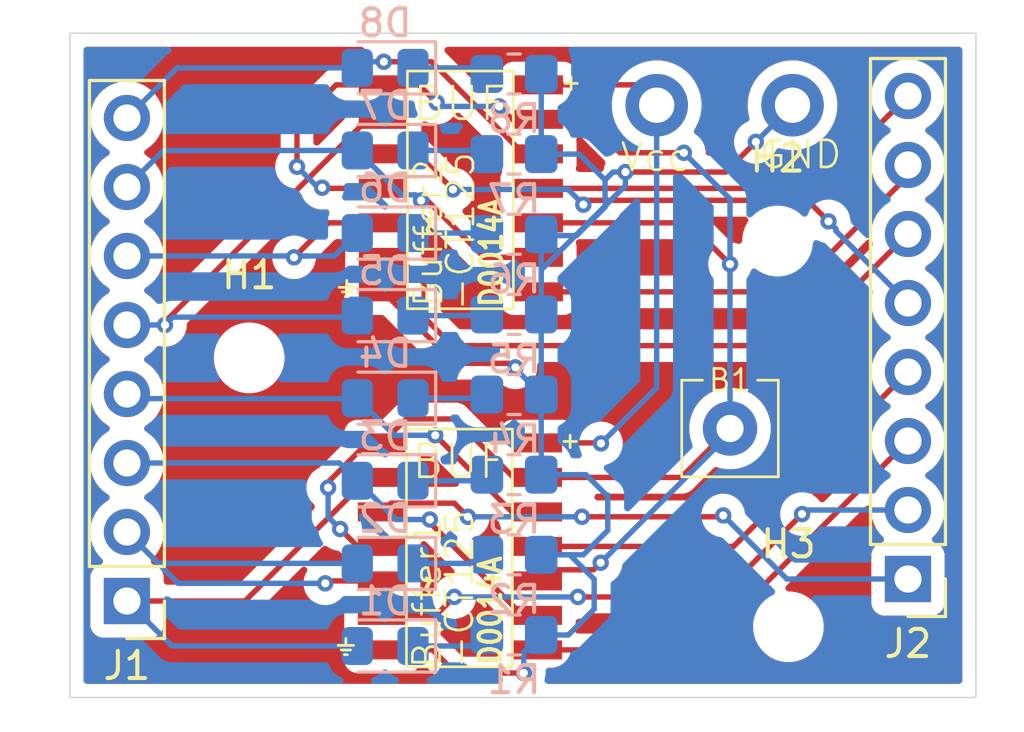
<source format=kicad_pcb>
(kicad_pcb (version 20241229) (generator "pcbnew") (generator_version "9.0")
  (layers (0 "F.Cu" signal) (2 "B.Cu" signal) (13 "F.Paste" user) (15 "B.Paste" user) (5 "F.SilkS" user "F.Silkscreen") (7 "B.SilkS" user "B.Silkscreen") (1 "F.Mask" user) (3 "B.Mask" user) (25 "Edge.Cuts" user))
  (net 0 "")
  (net 1 "!OE")
  (net 2 "Q4")
  (net 3 "Q1")
  (net 4 "VCC")
  (net 5 "Q3")
  (net 6 "GND")
  (net 7 "A1")
  (net 8 "A4")
  (net 9 "A3")
  (net 10 "A2")
  (net 11 "Q2")
  (net 12 "A7")
  (net 13 "A8")
  (net 14 "A6")
  (net 15 "A5")
  (net 16 "Q7")
  (net 17 "Q6")
  (net 18 "Q5")
  (net 19 "Q8")
  (net 20 "Net-(D1-K)")
  (net 21 "Net-(D2-K)")
  (net 22 "Net-(D3-K)")
  (net 23 "Net-(D4-K)")
  (net 24 "Net-(D5-K)")
  (net 25 "Net-(D6-K)")
  (net 26 "Net-(D7-K)")
  (net 27 "Net-(D8-K)")
  (footprint "Connector_PinHeader_2.54mm:PinHeader_1x08_P2.54mm_Vertical" (layer "F.Cu") (at 64 50.74 180)
    (property "Reference" "J2" (at 0 -2.38 0) (layer "F.SilkS"))
    (property "Value" "Conn_01x08")
    (fp_line (start 1.38 1.27) (end 1.38 19.16) (stroke (width 0.12)) (layer "F.SilkS"))
    (fp_line (start -1.38 19.16) (end 1.38 19.16) (stroke (width 0.12)) (layer "F.SilkS"))
    (fp_line (start -1.38 1.27) (end 1.38 1.27) (stroke (width 0.12)) (layer "F.SilkS"))
    (fp_line (start -1.38 1.27) (end -1.38 19.16) (stroke (width 0.12)) (layer "F.SilkS"))
    (fp_line (start -1.38 0) (end -1.38 -1.38) (stroke (width 0.12)) (layer "F.SilkS"))
    (fp_line (start -1.38 -1.38) (end 0 -1.38) (stroke (width 0.12)) (layer "F.SilkS"))
    (pad "1" thru_hole rect (at 0 0 180) (size 1.7 1.7) (drill 1) (layers "*.Cu" "*.Mask") (net 3 "Q1"))
    (pad "2" thru_hole circle (at 0 2.54 180) (size 1.7 1.7) (drill 1) (layers "*.Cu" "*.Mask") (net 11 "Q2"))
    (pad "3" thru_hole circle (at 0 5.08 180) (size 1.7 1.7) (drill 1) (layers "*.Cu" "*.Mask") (net 5 "Q3"))
    (pad "4" thru_hole circle (at 0 7.62 180) (size 1.7 1.7) (drill 1) (layers "*.Cu" "*.Mask") (net 2 "Q4"))
    (pad "5" thru_hole circle (at 0 10.16 180) (size 1.7 1.7) (drill 1) (layers "*.Cu" "*.Mask") (net 18 "Q5"))
    (pad "6" thru_hole circle (at 0 12.7 180) (size 1.7 1.7) (drill 1) (layers "*.Cu" "*.Mask") (net 17 "Q6"))
    (pad "7" thru_hole circle (at 0 15.24 180) (size 1.7 1.7) (drill 1) (layers "*.Cu" "*.Mask") (net 16 "Q7"))
    (pad "8" thru_hole circle (at 0 17.78 180) (size 1.7 1.7) (drill 1) (layers "*.Cu" "*.Mask") (net 19 "Q8"))
  )
  (footprint "Other:Vcc & GND" (layer "F.Cu") (at 57.25 33.3)
    (property "Reference" "U1" (hide yes))
    (property "Value" "~")
    (fp_text user "GND" (at 1.2 2.4 0) (layer "F.SilkS") (effects (font (thickness 0.1)) (justify left bottom)))
    (fp_text user "Vcc" (at -3.9 2.5 0) (layer "F.SilkS") (effects (font (thickness 0.1)) (justify left bottom)))
    (pad "1" thru_hole circle (at -2.5 0) (size 2.3 2.3) (drill 1.3) (layers "*.Cu" "*.Mask") (net 4 "VCC"))
    (pad "2" thru_hole circle (at 2.5 0) (size 2.3 2.3) (drill 1.3) (layers "*.Cu" "*.Mask") (net 6 "GND"))
  )
  (footprint "Texas Instruments Logic Footprints:SNx4HCT125" (layer "F.Cu") (at 47.571 49.54)
    (property "Reference" "Buffer1" (at -1.271 1.76 90) (layer "F.SilkS") (effects (font (thickness 0.1))))
    (property "Value" "~" (at -1.27 1.397 90) (layer "F.SilkS"))
    (fp_rect (start -2.032 -4.318) (end 1.868 4.432) (stroke (width 0.1)) (fill no) (layer "F.SilkS"))
    (fp_text user "-CT125" (at 0.508 4.572 90) (layer "F.SilkS") (effects (font (thickness 0.1)) (justify left bottom)))
    (fp_text user "D0014A" (at 1.524 4.445 90) (layer "F.SilkS") (effects (font (size 0.8 0.7)) (justify left bottom)))
    (fp_text user "⏚" (at -4.699 4.064 0) (layer "F.SilkS") (effects (font (size 0.6 0.6) (thickness 0.1) (bold yes)) (justify left bottom)))
    (fp_text user "BUF" (at -1.905 -2.413 0) (layer "F.SilkS") (effects (font (size 1.2 1.2) (thickness 0.1)) (justify left bottom)))
    (fp_text user "+" (at 3.556 -3.556 0) (layer "F.SilkS") (effects (font (size 0.6 0.6) (thickness 0.1) (bold yes)) (justify left bottom)))
    (pad "1" smd rect (at -2.921 -3.81) (size 1.8 0.7) (layers "F.Cu" "F.Mask" "F.Paste") (net 1 "!OE"))
    (pad "2" smd rect (at -2.921 -2.54) (size 1.8 0.7) (layers "F.Cu" "F.Mask" "F.Paste") (net 7 "A1"))
    (pad "3" smd rect (at -2.921 -1.27) (size 1.8 0.7) (layers "F.Cu" "F.Mask" "F.Paste") (net 3 "Q1"))
    (pad "4" smd rect (at -2.921 0) (size 1.8 0.7) (layers "F.Cu" "F.Mask" "F.Paste") (net 1 "!OE"))
    (pad "5" smd rect (at -2.921 1.27) (size 1.8 0.7) (layers "F.Cu" "F.Mask" "F.Paste") (net 10 "A2"))
    (pad "6" smd rect (at -2.921 2.54) (size 1.8 0.7) (layers "F.Cu" "F.Mask" "F.Paste") (net 11 "Q2"))
    (pad "7" smd rect (at -2.921 3.81) (size 1.8 0.7) (layers "F.Cu" "F.Mask" "F.Paste") (net 6 "GND"))
    (pad "8" smd rect (at 2.794 3.81) (size 1.8 0.7) (layers "F.Cu" "F.Mask" "F.Paste") (net 5 "Q3"))
    (pad "9" smd rect (at 2.794 2.54) (size 1.8 0.7) (layers "F.Cu" "F.Mask" "F.Paste") (net 9 "A3"))
    (pad "10" smd rect (at 2.794 1.27) (size 1.8 0.7) (layers "F.Cu" "F.Mask" "F.Paste") (net 1 "!OE"))
    (pad "11" smd rect (at 2.794 0) (size 1.8 0.7) (layers "F.Cu" "F.Mask" "F.Paste") (net 2 "Q4"))
    (pad "12" smd rect (at 2.794 -1.27) (size 1.8 0.7) (layers "F.Cu" "F.Mask" "F.Paste") (net 8 "A4"))
    (pad "13" smd rect (at 2.794 -2.54) (size 1.8 0.7) (layers "F.Cu" "F.Mask" "F.Paste") (net 1 "!OE"))
    (pad "14" smd rect (at 2.794 -3.81) (size 1.8 0.7) (layers "F.Cu" "F.Mask" "F.Paste") (net 4 "VCC"))
  )
  (footprint "Connector_PinHeader_2.54mm:PinHeader_1x08_P2.54mm_Vertical" (layer "F.Cu") (at 35.25 51.55 180)
    (property "Reference" "J1" (at 0 -2.38 0) (layer "F.SilkS"))
    (property "Value" "Conn_01x08")
    (fp_line (start 1.38 1.27) (end 1.38 19.16) (stroke (width 0.12)) (layer "F.SilkS"))
    (fp_line (start -1.38 19.16) (end 1.38 19.16) (stroke (width 0.12)) (layer "F.SilkS"))
    (fp_line (start -1.38 1.27) (end 1.38 1.27) (stroke (width 0.12)) (layer "F.SilkS"))
    (fp_line (start -1.38 1.27) (end -1.38 19.16) (stroke (width 0.12)) (layer "F.SilkS"))
    (fp_line (start -1.38 0) (end -1.38 -1.38) (stroke (width 0.12)) (layer "F.SilkS"))
    (fp_line (start -1.38 -1.38) (end 0 -1.38) (stroke (width 0.12)) (layer "F.SilkS"))
    (pad "1" thru_hole rect (at 0 0 180) (size 1.7 1.7) (drill 1) (layers "*.Cu" "*.Mask") (net 7 "A1"))
    (pad "2" thru_hole circle (at 0 2.54 180) (size 1.7 1.7) (drill 1) (layers "*.Cu" "*.Mask") (net 10 "A2"))
    (pad "3" thru_hole circle (at 0 5.08 180) (size 1.7 1.7) (drill 1) (layers "*.Cu" "*.Mask") (net 9 "A3"))
    (pad "4" thru_hole circle (at 0 7.62 180) (size 1.7 1.7) (drill 1) (layers "*.Cu" "*.Mask") (net 8 "A4"))
    (pad "5" thru_hole circle (at 0 10.16 180) (size 1.7 1.7) (drill 1) (layers "*.Cu" "*.Mask") (net 15 "A5"))
    (pad "6" thru_hole circle (at 0 12.7 180) (size 1.7 1.7) (drill 1) (layers "*.Cu" "*.Mask") (net 14 "A6"))
    (pad "7" thru_hole circle (at 0 15.24 180) (size 1.7 1.7) (drill 1) (layers "*.Cu" "*.Mask") (net 12 "A7"))
    (pad "8" thru_hole circle (at 0 17.78 180) (size 1.7 1.7) (drill 1) (layers "*.Cu" "*.Mask") (net 13 "A8"))
  )
  (footprint "Texas Instruments Logic Footprints:SNx4HCT125" (layer "F.Cu") (at 47.606 36.36)
    (property "Reference" "Buffer2" (at -1.256 1.645 90) (layer "F.SilkS") (effects (font (thickness 0.1))))
    (property "Value" "~" (at -1.27 1.397 90) (layer "F.SilkS"))
    (fp_rect (start -2.032 -4.318) (end 1.868 4.432) (stroke (width 0.1)) (fill no) (layer "F.SilkS"))
    (fp_text user "D0014A" (at 1.524 4.445 90) (layer "F.SilkS") (effects (font (size 0.8 0.7)) (justify left bottom)))
    (fp_text user "+" (at 3.556 -3.556 0) (layer "F.SilkS") (effects (font (size 0.6 0.6) (thickness 0.1) (bold yes)) (justify left bottom)))
    (fp_text user "BUF" (at -1.905 -2.413 0) (layer "F.SilkS") (effects (font (size 1.2 1.2) (thickness 0.1)) (justify left bottom)))
    (fp_text user "⏚" (at -4.699 4.064 0) (layer "F.SilkS") (effects (font (size 0.6 0.6) (thickness 0.1) (bold yes)) (justify left bottom)))
    (fp_text user "-CT125" (at 0.508 4.572 90) (layer "F.SilkS") (effects (font (thickness 0.1)) (justify left bottom)))
    (pad "1" smd rect (at -2.921 -3.81) (size 1.8 0.7) (layers "F.Cu" "F.Mask" "F.Paste") (net 1 "!OE"))
    (pad "2" smd rect (at -2.921 -2.54) (size 1.8 0.7) (layers "F.Cu" "F.Mask" "F.Paste") (net 15 "A5"))
    (pad "3" smd rect (at -2.921 -1.27) (size 1.8 0.7) (layers "F.Cu" "F.Mask" "F.Paste") (net 18 "Q5"))
    (pad "4" smd rect (at -2.921 0) (size 1.8 0.7) (layers "F.Cu" "F.Mask" "F.Paste") (net 1 "!OE"))
    (pad "5" smd rect (at -2.921 1.27) (size 1.8 0.7) (layers "F.Cu" "F.Mask" "F.Paste") (net 14 "A6"))
    (pad "6" smd rect (at -2.921 2.54) (size 1.8 0.7) (layers "F.Cu" "F.Mask" "F.Paste") (net 17 "Q6"))
    (pad "7" smd rect (at -2.921 3.81) (size 1.8 0.7) (layers "F.Cu" "F.Mask" "F.Paste") (net 6 "GND"))
    (pad "8" smd rect (at 2.794 3.81) (size 1.8 0.7) (layers "F.Cu" "F.Mask" "F.Paste") (net 16 "Q7"))
    (pad "9" smd rect (at 2.794 2.54) (size 1.8 0.7) (layers "F.Cu" "F.Mask" "F.Paste") (net 12 "A7"))
    (pad "10" smd rect (at 2.794 1.27) (size 1.8 0.7) (layers "F.Cu" "F.Mask" "F.Paste") (net 1 "!OE"))
    (pad "11" smd rect (at 2.794 0) (size 1.8 0.7) (layers "F.Cu" "F.Mask" "F.Paste") (net 19 "Q8"))
    (pad "12" smd rect (at 2.794 -1.27) (size 1.8 0.7) (layers "F.Cu" "F.Mask" "F.Paste") (net 13 "A8"))
    (pad "13" smd rect (at 2.794 -2.54) (size 1.8 0.7) (layers "F.Cu" "F.Mask" "F.Paste") (net 1 "!OE"))
    (pad "14" smd rect (at 2.794 -3.81) (size 1.8 0.7) (layers "F.Cu" "F.Mask" "F.Paste") (net 4 "VCC"))
  )
  (footprint "Other:Single Bit Bus" (layer "F.Cu") (at 57.45 45.2)
    (property "Reference" "B1" (at 0 -1.778 0) (layer "F.SilkS") (effects (font (size 0.8 0.8) (thickness 0.1))))
    (property "Value" "~")
    (fp_line (start -1.778 -1.778) (end -1.778 1.524) (stroke (width 0.1)) (layer "F.SilkS"))
    (fp_line (start -1.778 1.524) (end -1.778 1.778) (stroke (width 0.1)) (layer "F.SilkS"))
    (fp_line (start -1.778 1.778) (end 1.778 1.778) (stroke (width 0.1)) (layer "F.SilkS"))
    (fp_line (start -1.016 -1.778) (end -1.778 -1.778) (stroke (width 0.1)) (layer "F.SilkS"))
    (fp_line (start 1.778 -1.778) (end 1.016 -1.778) (stroke (width 0.1)) (layer "F.SilkS"))
    (fp_line (start 1.778 1.778) (end 1.778 -1.778) (stroke (width 0.1)) (layer "F.SilkS"))
    (pad "1" thru_hole circle (at 0 0) (size 2 2) (drill 1) (layers "*.Cu" "*.Mask") (net 1 "!OE"))
  )
  (footprint "MountingHole:MountingHole_2.1mm" (layer "F.Cu") (at 59.6 52.5)
    (property "Reference" "H3" (at 0 -3.05 0) (layer "F.SilkS"))
    (property "Value" "MountingHole")
    (pad "" np_thru_hole circle (at 0 0) (size 2.1 2.1) (drill 2.1) (layers "*.Cu" "*.Mask"))
  )
  (footprint "MountingHole:MountingHole_2.1mm" (layer "F.Cu") (at 39.75 42.6)
    (property "Reference" "H1" (at 0 -3.05 0) (layer "F.SilkS"))
    (property "Value" "MountingHole")
    (pad "" np_thru_hole circle (at 0 0) (size 2.1 2.1) (drill 2.1) (layers "*.Cu" "*.Mask"))
  )
  (footprint "MountingHole:MountingHole_2.1mm" (layer "F.Cu") (at 59.2 38.3)
    (property "Reference" "H2" (at 0 -3.05 0) (layer "F.SilkS"))
    (property "Value" "MountingHole")
    (pad "" np_thru_hole circle (at 0 0) (size 2.1 2.1) (drill 2.1) (layers "*.Cu" "*.Mask"))
  )
  (footprint "LED_SMD:LED_0805_2012Metric_Pad1.15x1.40mm_HandSolder" (layer "B.Cu") (at 44.755 31.925 180)
    (property "Reference" "D8" (at 0 1.65 0) (layer "B.SilkS") (effects (justify mirror)))
    (property "Value" "LED")
    (fp_line (start 1 0.96) (end -1.86 0.96) (stroke (width 0.12)) (layer "B.SilkS"))
    (fp_line (start -1.86 0.96) (end -1.86 -0.96) (stroke (width 0.12)) (layer "B.SilkS"))
    (fp_line (start -1.86 -0.96) (end 1 -0.96) (stroke (width 0.12)) (layer "B.SilkS"))
    (pad "1" smd roundrect (at -1.025 0 180) (size 1.15 1.4) (layers "B.Cu" "B.Mask" "B.Paste") (roundrect_rratio 0.217391) (net 27 "Net-(D8-K)"))
    (pad "2" smd roundrect (at 1.025 0 180) (size 1.15 1.4) (layers "B.Cu" "B.Mask" "B.Paste") (roundrect_rratio 0.217391) (net 13 "A8"))
  )
  (footprint "Resistor_SMD:R_0805_2012Metric_Pad1.20x1.40mm_HandSolder" (layer "B.Cu") (at 49.5 35.1)
    (property "Reference" "R7" (at 0 1.65 0) (layer "B.SilkS") (effects (justify mirror)))
    (property "Value" "300Ω")
    (fp_line (start -0.227064 -0.735) (end 0.227064 -0.735) (stroke (width 0.12)) (layer "B.SilkS"))
    (fp_line (start -0.227064 0.735) (end 0.227064 0.735) (stroke (width 0.12)) (layer "B.SilkS"))
    (pad "1" smd roundrect (at -1 0) (size 1.2 1.4) (layers "B.Cu" "B.Mask" "B.Paste") (roundrect_rratio 0.208333) (net 26 "Net-(D7-K)"))
    (pad "2" smd roundrect (at 1 0) (size 1.2 1.4) (layers "B.Cu" "B.Mask" "B.Paste") (roundrect_rratio 0.208333) (net 6 "GND"))
  )
  (footprint "LED_SMD:LED_0805_2012Metric_Pad1.15x1.40mm_HandSolder" (layer "B.Cu") (at 44.755 41.045 180)
    (property "Reference" "D5" (at 0 1.65 0) (layer "B.SilkS") (effects (justify mirror)))
    (property "Value" "LED")
    (fp_line (start 1 0.96) (end -1.86 0.96) (stroke (width 0.12)) (layer "B.SilkS"))
    (fp_line (start -1.86 0.96) (end -1.86 -0.96) (stroke (width 0.12)) (layer "B.SilkS"))
    (fp_line (start -1.86 -0.96) (end 1 -0.96) (stroke (width 0.12)) (layer "B.SilkS"))
    (pad "1" smd roundrect (at -1.025 0 180) (size 1.15 1.4) (layers "B.Cu" "B.Mask" "B.Paste") (roundrect_rratio 0.217391) (net 24 "Net-(D5-K)"))
    (pad "2" smd roundrect (at 1.025 0 180) (size 1.15 1.4) (layers "B.Cu" "B.Mask" "B.Paste") (roundrect_rratio 0.217391) (net 15 "A5"))
  )
  (footprint "Resistor_SMD:R_0805_2012Metric_Pad1.20x1.40mm_HandSolder" (layer "B.Cu") (at 49.5 46.9)
    (property "Reference" "R3" (at 0 1.65 0) (layer "B.SilkS") (effects (justify mirror)))
    (property "Value" "300Ω")
    (fp_line (start -0.227064 -0.735) (end 0.227064 -0.735) (stroke (width 0.12)) (layer "B.SilkS"))
    (fp_line (start -0.227064 0.735) (end 0.227064 0.735) (stroke (width 0.12)) (layer "B.SilkS"))
    (pad "1" smd roundrect (at -1 0) (size 1.2 1.4) (layers "B.Cu" "B.Mask" "B.Paste") (roundrect_rratio 0.208333) (net 22 "Net-(D3-K)"))
    (pad "2" smd roundrect (at 1 0) (size 1.2 1.4) (layers "B.Cu" "B.Mask" "B.Paste") (roundrect_rratio 0.208333) (net 6 "GND"))
  )
  (footprint "Resistor_SMD:R_0805_2012Metric_Pad1.20x1.40mm_HandSolder" (layer "B.Cu") (at 49.5 52.8)
    (property "Reference" "R1" (at 0 1.65 0) (layer "B.SilkS") (effects (justify mirror)))
    (property "Value" "300Ω")
    (fp_line (start -0.227064 -0.735) (end 0.227064 -0.735) (stroke (width 0.12)) (layer "B.SilkS"))
    (fp_line (start -0.227064 0.735) (end 0.227064 0.735) (stroke (width 0.12)) (layer "B.SilkS"))
    (pad "1" smd roundrect (at -1 0) (size 1.2 1.4) (layers "B.Cu" "B.Mask" "B.Paste") (roundrect_rratio 0.208333) (net 20 "Net-(D1-K)"))
    (pad "2" smd roundrect (at 1 0) (size 1.2 1.4) (layers "B.Cu" "B.Mask" "B.Paste") (roundrect_rratio 0.208333) (net 6 "GND"))
  )
  (footprint "Resistor_SMD:R_0805_2012Metric_Pad1.20x1.40mm_HandSolder" (layer "B.Cu") (at 49.5 43.95)
    (property "Reference" "R4" (at 0 1.65 0) (layer "B.SilkS") (effects (justify mirror)))
    (property "Value" "300Ω")
    (fp_line (start -0.227064 -0.735) (end 0.227064 -0.735) (stroke (width 0.12)) (layer "B.SilkS"))
    (fp_line (start -0.227064 0.735) (end 0.227064 0.735) (stroke (width 0.12)) (layer "B.SilkS"))
    (pad "1" smd roundrect (at -1 0) (size 1.2 1.4) (layers "B.Cu" "B.Mask" "B.Paste") (roundrect_rratio 0.208333) (net 23 "Net-(D4-K)"))
    (pad "2" smd roundrect (at 1 0) (size 1.2 1.4) (layers "B.Cu" "B.Mask" "B.Paste") (roundrect_rratio 0.208333) (net 6 "GND"))
  )
  (footprint "Resistor_SMD:R_0805_2012Metric_Pad1.20x1.40mm_HandSolder" (layer "B.Cu") (at 49.5 38.05)
    (property "Reference" "R6" (at 0 1.65 0) (layer "B.SilkS") (effects (justify mirror)))
    (property "Value" "300Ω")
    (fp_line (start -0.227064 -0.735) (end 0.227064 -0.735) (stroke (width 0.12)) (layer "B.SilkS"))
    (fp_line (start -0.227064 0.735) (end 0.227064 0.735) (stroke (width 0.12)) (layer "B.SilkS"))
    (pad "1" smd roundrect (at -1 0) (size 1.2 1.4) (layers "B.Cu" "B.Mask" "B.Paste") (roundrect_rratio 0.208333) (net 25 "Net-(D6-K)"))
    (pad "2" smd roundrect (at 1 0) (size 1.2 1.4) (layers "B.Cu" "B.Mask" "B.Paste") (roundrect_rratio 0.208333) (net 6 "GND"))
  )
  (footprint "LED_SMD:LED_0805_2012Metric_Pad1.15x1.40mm_HandSolder" (layer "B.Cu") (at 44.755 50.165 180)
    (property "Reference" "D2" (at 0 1.65 0) (layer "B.SilkS") (effects (justify mirror)))
    (property "Value" "LED")
    (fp_line (start 1 0.96) (end -1.86 0.96) (stroke (width 0.12)) (layer "B.SilkS"))
    (fp_line (start -1.86 0.96) (end -1.86 -0.96) (stroke (width 0.12)) (layer "B.SilkS"))
    (fp_line (start -1.86 -0.96) (end 1 -0.96) (stroke (width 0.12)) (layer "B.SilkS"))
    (pad "1" smd roundrect (at -1.025 0 180) (size 1.15 1.4) (layers "B.Cu" "B.Mask" "B.Paste") (roundrect_rratio 0.217391) (net 21 "Net-(D2-K)"))
    (pad "2" smd roundrect (at 1.025 0 180) (size 1.15 1.4) (layers "B.Cu" "B.Mask" "B.Paste") (roundrect_rratio 0.217391) (net 10 "A2"))
  )
  (footprint "LED_SMD:LED_0805_2012Metric_Pad1.15x1.40mm_HandSolder" (layer "B.Cu") (at 44.755 38.005 180)
    (property "Reference" "D6" (at 0 1.65 0) (layer "B.SilkS") (effects (justify mirror)))
    (property "Value" "LED")
    (fp_line (start 1 0.96) (end -1.86 0.96) (stroke (width 0.12)) (layer "B.SilkS"))
    (fp_line (start -1.86 0.96) (end -1.86 -0.96) (stroke (width 0.12)) (layer "B.SilkS"))
    (fp_line (start -1.86 -0.96) (end 1 -0.96) (stroke (width 0.12)) (layer "B.SilkS"))
    (pad "1" smd roundrect (at -1.025 0 180) (size 1.15 1.4) (layers "B.Cu" "B.Mask" "B.Paste") (roundrect_rratio 0.217391) (net 25 "Net-(D6-K)"))
    (pad "2" smd roundrect (at 1.025 0 180) (size 1.15 1.4) (layers "B.Cu" "B.Mask" "B.Paste") (roundrect_rratio 0.217391) (net 14 "A6"))
  )
  (footprint "LED_SMD:LED_0805_2012Metric_Pad1.15x1.40mm_HandSolder" (layer "B.Cu") (at 44.755 53.205 180)
    (property "Reference" "D1" (at 0 1.65 0) (layer "B.SilkS") (effects (justify mirror)))
    (property "Value" "LED")
    (fp_line (start 1 0.96) (end -1.86 0.96) (stroke (width 0.12)) (layer "B.SilkS"))
    (fp_line (start -1.86 0.96) (end -1.86 -0.96) (stroke (width 0.12)) (layer "B.SilkS"))
    (fp_line (start -1.86 -0.96) (end 1 -0.96) (stroke (width 0.12)) (layer "B.SilkS"))
    (pad "1" smd roundrect (at -1.025 0 180) (size 1.15 1.4) (layers "B.Cu" "B.Mask" "B.Paste") (roundrect_rratio 0.217391) (net 20 "Net-(D1-K)"))
    (pad "2" smd roundrect (at 1.025 0 180) (size 1.15 1.4) (layers "B.Cu" "B.Mask" "B.Paste") (roundrect_rratio 0.217391) (net 7 "A1"))
  )
  (footprint "Resistor_SMD:R_0805_2012Metric_Pad1.20x1.40mm_HandSolder" (layer "B.Cu") (at 49.5 32.15)
    (property "Reference" "R8" (at 0 1.65 0) (layer "B.SilkS") (effects (justify mirror)))
    (property "Value" "300Ω")
    (fp_line (start -0.227064 -0.735) (end 0.227064 -0.735) (stroke (width 0.12)) (layer "B.SilkS"))
    (fp_line (start -0.227064 0.735) (end 0.227064 0.735) (stroke (width 0.12)) (layer "B.SilkS"))
    (pad "1" smd roundrect (at -1 0) (size 1.2 1.4) (layers "B.Cu" "B.Mask" "B.Paste") (roundrect_rratio 0.208333) (net 27 "Net-(D8-K)"))
    (pad "2" smd roundrect (at 1 0) (size 1.2 1.4) (layers "B.Cu" "B.Mask" "B.Paste") (roundrect_rratio 0.208333) (net 6 "GND"))
  )
  (footprint "Resistor_SMD:R_0805_2012Metric_Pad1.20x1.40mm_HandSolder" (layer "B.Cu") (at 49.5 49.85)
    (property "Reference" "R2" (at 0 1.65 0) (layer "B.SilkS") (effects (justify mirror)))
    (property "Value" "300Ω")
    (fp_line (start -0.227064 -0.735) (end 0.227064 -0.735) (stroke (width 0.12)) (layer "B.SilkS"))
    (fp_line (start -0.227064 0.735) (end 0.227064 0.735) (stroke (width 0.12)) (layer "B.SilkS"))
    (pad "1" smd roundrect (at -1 0) (size 1.2 1.4) (layers "B.Cu" "B.Mask" "B.Paste") (roundrect_rratio 0.208333) (net 21 "Net-(D2-K)"))
    (pad "2" smd roundrect (at 1 0) (size 1.2 1.4) (layers "B.Cu" "B.Mask" "B.Paste") (roundrect_rratio 0.208333) (net 6 "GND"))
  )
  (footprint "LED_SMD:LED_0805_2012Metric_Pad1.15x1.40mm_HandSolder" (layer "B.Cu") (at 44.755 44.085 180)
    (property "Reference" "D4" (at 0 1.65 0) (layer "B.SilkS") (effects (justify mirror)))
    (property "Value" "LED")
    (fp_line (start 1 0.96) (end -1.86 0.96) (stroke (width 0.12)) (layer "B.SilkS"))
    (fp_line (start -1.86 0.96) (end -1.86 -0.96) (stroke (width 0.12)) (layer "B.SilkS"))
    (fp_line (start -1.86 -0.96) (end 1 -0.96) (stroke (width 0.12)) (layer "B.SilkS"))
    (pad "1" smd roundrect (at -1.025 0 180) (size 1.15 1.4) (layers "B.Cu" "B.Mask" "B.Paste") (roundrect_rratio 0.217391) (net 23 "Net-(D4-K)"))
    (pad "2" smd roundrect (at 1.025 0 180) (size 1.15 1.4) (layers "B.Cu" "B.Mask" "B.Paste") (roundrect_rratio 0.217391) (net 8 "A4"))
  )
  (footprint "Resistor_SMD:R_0805_2012Metric_Pad1.20x1.40mm_HandSolder" (layer "B.Cu") (at 49.5 41)
    (property "Reference" "R5" (at 0 1.65 0) (layer "B.SilkS") (effects (justify mirror)))
    (property "Value" "300Ω")
    (fp_line (start -0.227064 -0.735) (end 0.227064 -0.735) (stroke (width 0.12)) (layer "B.SilkS"))
    (fp_line (start -0.227064 0.735) (end 0.227064 0.735) (stroke (width 0.12)) (layer "B.SilkS"))
    (pad "1" smd roundrect (at -1 0) (size 1.2 1.4) (layers "B.Cu" "B.Mask" "B.Paste") (roundrect_rratio 0.208333) (net 24 "Net-(D5-K)"))
    (pad "2" smd roundrect (at 1 0) (size 1.2 1.4) (layers "B.Cu" "B.Mask" "B.Paste") (roundrect_rratio 0.208333) (net 6 "GND"))
  )
  (footprint "LED_SMD:LED_0805_2012Metric_Pad1.15x1.40mm_HandSolder" (layer "B.Cu") (at 44.755 34.965 180)
    (property "Reference" "D7" (at 0 1.65 0) (layer "B.SilkS") (effects (justify mirror)))
    (property "Value" "LED")
    (fp_line (start 1 0.96) (end -1.86 0.96) (stroke (width 0.12)) (layer "B.SilkS"))
    (fp_line (start -1.86 0.96) (end -1.86 -0.96) (stroke (width 0.12)) (layer "B.SilkS"))
    (fp_line (start -1.86 -0.96) (end 1 -0.96) (stroke (width 0.12)) (layer "B.SilkS"))
    (pad "1" smd roundrect (at -1.025 0 180) (size 1.15 1.4) (layers "B.Cu" "B.Mask" "B.Paste") (roundrect_rratio 0.217391) (net 26 "Net-(D7-K)"))
    (pad "2" smd roundrect (at 1.025 0 180) (size 1.15 1.4) (layers "B.Cu" "B.Mask" "B.Paste") (roundrect_rratio 0.217391) (net 12 "A7"))
  )
  (footprint "LED_SMD:LED_0805_2012Metric_Pad1.15x1.40mm_HandSolder" (layer "B.Cu") (at 44.755 47.125 180)
    (property "Reference" "D3" (at 0 1.65 0) (layer "B.SilkS") (effects (justify mirror)))
    (property "Value" "LED")
    (fp_line (start 1 0.96) (end -1.86 0.96) (stroke (width 0.12)) (layer "B.SilkS"))
    (fp_line (start -1.86 0.96) (end -1.86 -0.96) (stroke (width 0.12)) (layer "B.SilkS"))
    (fp_line (start -1.86 -0.96) (end 1 -0.96) (stroke (width 0.12)) (layer "B.SilkS"))
    (pad "1" smd roundrect (at -1.025 0 180) (size 1.15 1.4) (layers "B.Cu" "B.Mask" "B.Paste") (roundrect_rratio 0.217391) (net 22 "Net-(D3-K)"))
    (pad "2" smd roundrect (at 1.025 0 180) (size 1.15 1.4) (layers "B.Cu" "B.Mask" "B.Paste") (roundrect_rratio 0.217391) (net 9 "A3"))
  )
  (gr_rect (start 33.15 30.65) (end 66.5 55.1) (stroke (width 0.05)) (fill no) (layer "Edge.Cuts"))
  (segment (start 44.1 45.73) (end 42.655 47.175) (width 0.2) (layer "F.Cu") (net 1))
  (segment (start 55.65 47) (end 50.365 47) (width 0.2) (layer "F.Cu") (net 1))
  (segment (start 43.099265 48.899265) (end 43.74 49.54) (width 0.2) (layer "F.Cu") (net 1))
  (segment (start 55.93 37.63) (end 50.4 37.63) (width 0.2) (layer "F.Cu") (net 1))
  (segment (start 55.75 35.05) (end 53.4 35.05) (width 0.2) (layer "F.Cu") (net 1))
  (segment (start 42.655 47.175) (end 42.655 47.378568) (width 0.2) (layer "F.Cu") (net 1))
  (segment (start 41.509473 35.565) (end 41.509473 33.990527) (width 0.2) (layer "F.Cu") (net 1))
  (segment (start 57.45 39.15) (end 55.93 37.63) (width 0.2) (layer "F.Cu") (net 1))
  (segment (start 52.17 33.82) (end 50.4 33.82) (width 0.2) (layer "F.Cu") (net 1))
  (segment (start 44.65 45.73) (end 44.1 45.73) (width 0.2) (layer "F.Cu") (net 1))
  (segment (start 46.65 33.2) (end 46 32.55) (width 0.2) (layer "F.Cu") (net 1))
  (segment (start 50.4 33.82) (end 49.428527 33.82) (width 0.2) (layer "F.Cu") (net 1))
  (segment (start 49.428527 33.82) (end 48.952436 33.343909) (width 0.2) (layer "F.Cu") (net 1))
  (segment (start 47.325982 44.849) (end 45.531 44.849) (width 0.2) (layer "F.Cu") (net 1))
  (segment (start 42.46 36.36) (end 44.685 36.36) (width 0.2) (layer "F.Cu") (net 1))
  (segment (start 42.95 32.55) (end 44.685 32.55) (width 0.2) (layer "F.Cu") (net 1))
  (segment (start 49.476982 47) (end 47.325982 44.849) (width 0.2) (layer "F.Cu") (net 1))
  (segment (start 52.688527 50.14) (end 52.428527 50.4) (width 0.2) (layer "F.Cu") (net 1))
  (segment (start 50.775 50.4) (end 50.365 50.81) (width 0.2) (layer "F.Cu") (net 1))
  (segment (start 53.4 35.05) (end 52.17 33.82) (width 0.2) (layer "F.Cu") (net 1))
  (segment (start 45.531 44.849) (end 44.65 45.73) (width 0.2) (layer "F.Cu") (net 1))
  (segment (start 52.428527 50.4) (end 50.775 50.4) (width 0.2) (layer "F.Cu") (net 1))
  (segment (start 43.74 49.54) (end 44.65 49.54) (width 0.2) (layer "F.Cu") (net 1))
  (segment (start 46 32.55) (end 44.685 32.55) (width 0.2) (layer "F.Cu") (net 1))
  (segment (start 42.435765 36.335765) (end 42.46 36.36) (width 0.2) (layer "F.Cu") (net 1))
  (segment (start 57.45 45.2) (end 55.65 47) (width 0.2) (layer "F.Cu") (net 1))
  (segment (start 41.509473 33.990527) (end 42.95 32.55) (width 0.2) (layer "F.Cu") (net 1))
  (segment (start 50.365 47) (end 49.476982 47) (width 0.2) (layer "F.Cu") (net 1))
  (via (at 42.655 47.378568) (size 0.6) (drill 0.3) (layers "F.Cu" "B.Cu") (net 1))
  (via (at 57.45 39.15) (size 0.6) (drill 0.3) (layers "F.Cu" "B.Cu") (net 1))
  (via (at 55.75 35.05) (size 0.6) (drill 0.3) (layers "F.Cu" "B.Cu") (net 1))
  (via (at 42.435765 36.335765) (size 0.6) (drill 0.3) (layers "F.Cu" "B.Cu") (net 1))
  (via (at 43.099265 48.899265) (size 0.6) (drill 0.3) (layers "F.Cu" "B.Cu") (net 1))
  (via (at 41.509473 35.565) (size 0.6) (drill 0.3) (layers "F.Cu" "B.Cu") (net 1))
  (via (at 52.688527 50.14) (size 0.6) (drill 0.3) (layers "F.Cu" "B.Cu") (net 1))
  (via (at 48.952436 33.343909) (size 0.6) (drill 0.3) (layers "F.Cu" "B.Cu") (net 1))
  (via (at 46.65 33.2) (size 0.6) (drill 0.3) (layers "F.Cu" "B.Cu") (net 1))
  (segment (start 52.688527 50.14) (end 57.45 45.378527) (width 0.2) (layer "B.Cu") (net 1))
  (segment (start 42.285765 36.335765) (end 42.435765 36.335765) (width 0.2) (layer "B.Cu") (net 1))
  (segment (start 48.952436 33.343909) (end 46.793909 33.343909) (width 0.2) (layer "B.Cu") (net 1))
  (segment (start 41.509473 35.565) (end 41.515 35.565) (width 0.2) (layer "B.Cu") (net 1))
  (segment (start 42.655 48.455) (end 43.099265 48.899265) (width 0.2) (layer "B.Cu") (net 1))
  (segment (start 57.45 39.15) (end 57.45 36.75) (width 0.2) (layer "B.Cu") (net 1))
  (segment (start 57.45 45.2) (end 57.45 39.15) (width 0.2) (layer "B.Cu") (net 1))
  (segment (start 41.515 35.565) (end 42.285765 36.335765) (width 0.2) (layer "B.Cu") (net 1))
  (segment (start 46.793909 33.343909) (end 46.65 33.2) (width 0.2) (layer "B.Cu") (net 1))
  (segment (start 57.45 36.75) (end 55.75 35.05) (width 0.2) (layer "B.Cu") (net 1))
  (segment (start 42.655 47.378568) (end 42.655 48.455) (width 0.2) (layer "B.Cu") (net 1))
  (segment (start 57.45 45.378527) (end 57.45 45.2) (width 0.2) (layer "B.Cu") (net 1))
  (segment (start 57.58 49.54) (end 64 43.12) (width 0.2) (layer "F.Cu") (net 2))
  (segment (start 50.365 49.54) (end 57.58 49.54) (width 0.2) (layer "F.Cu") (net 2))
  (segment (start 44.971 47.949) (end 47.299 47.949) (width 0.2) (layer "F.Cu") (net 3))
  (segment (start 52 48.45) (end 57.15 48.45) (width 0.2) (layer "F.Cu") (net 3))
  (segment (start 44.65 48.27) (end 44.971 47.949) (width 0.2) (layer "F.Cu") (net 3))
  (segment (start 47.299 47.949) (end 47.8 48.45) (width 0.2) (layer "F.Cu") (net 3))
  (segment (start 57.15 48.45) (end 57.2 48.4) (width 0.2) (layer "F.Cu") (net 3))
  (via (at 52 48.45) (size 0.6) (drill 0.3) (layers "F.Cu" "B.Cu") (net 3))
  (via (at 57.2 48.4) (size 0.6) (drill 0.3) (layers "F.Cu" "B.Cu") (net 3))
  (via (at 47.8 48.45) (size 0.6) (drill 0.3) (layers "F.Cu" "B.Cu") (net 3))
  (segment (start 59.54 50.74) (end 64 50.74) (width 0.2) (layer "B.Cu") (net 3))
  (segment (start 47.8 48.45) (end 52 48.45) (width 0.2) (layer "B.Cu") (net 3))
  (segment (start 57.2 48.4) (end 59.54 50.74) (width 0.2) (layer "B.Cu") (net 3))
  (segment (start 54.75 33.3) (end 54 32.55) (width 0.2) (layer "F.Cu") (net 4))
  (segment (start 52.7 45.75) (end 52.68 45.73) (width 0.2) (layer "F.Cu") (net 4))
  (segment (start 52.68 45.73) (end 50.365 45.73) (width 0.2) (layer "F.Cu") (net 4))
  (segment (start 54 32.55) (end 50.4 32.55) (width 0.2) (layer "F.Cu") (net 4))
  (via (at 52.7 45.75) (size 0.6) (drill 0.3) (layers "F.Cu" "B.Cu") (net 4))
  (segment (start 54.75 33.3) (end 54.75 43.7) (width 0.2) (layer "B.Cu") (net 4))
  (segment (start 54.75 43.7) (end 52.7 45.75) (width 0.2) (layer "B.Cu") (net 4))
  (segment (start 50.365 53.35) (end 56.31 53.35) (width 0.2) (layer "F.Cu") (net 5))
  (segment (start 56.31 53.35) (end 64 45.66) (width 0.2) (layer "F.Cu") (net 5))
  (segment (start 57.29 35.76) (end 53.6 35.76) (width 0.2) (layer "F.Cu") (net 6))
  (segment (start 44.65 53.35) (end 46.5 53.35) (width 0.2) (layer "F.Cu") (net 6))
  (segment (start 47.315 42.8) (end 49.4 42.8) (width 0.2) (layer "F.Cu") (net 6))
  (segment (start 49.4 42.8) (end 49.55 42.95) (width 0.2) (layer "F.Cu") (net 6))
  (segment (start 47.350002 54.200002) (end 49.858472 54.200002) (width 0.2) (layer "F.Cu") (net 6))
  (segment (start 46.5 53.35) (end 47.350002 54.200002) (width 0.2) (layer "F.Cu") (net 6))
  (segment (start 44.685 40.17) (end 47.315 42.8) (width 0.2) (layer "F.Cu") (net 6))
  (segment (start 58.4 34.65) (end 57.29 35.76) (width 0.2) (layer "F.Cu") (net 6))
  (via (at 53.6 35.76) (size 0.6) (drill 0.3) (layers "F.Cu" "B.Cu") (net 6))
  (via (at 49.55 42.95) (size 0.6) (drill 0.3) (layers "F.Cu" "B.Cu") (net 6))
  (via (at 58.4 34.65) (size 0.6) (drill 0.3) (layers "F.Cu" "B.Cu") (net 6))
  (via (at 49.858472 54.200002) (size 0.6) (drill 0.3) (layers "F.Cu" "B.Cu") (net 6))
  (segment (start 50.5 38.05) (end 50.55 38.1) (width 0.2) (layer "B.Cu") (net 6))
  (segment (start 52.050001 49.85) (end 52.95 48.950001) (width 0.2) (layer "B.Cu") (net 6))
  (segment (start 53.6 35.76) (end 53.14 35.76) (width 0.2) (layer "B.Cu") (net 6))
  (segment (start 51.9 35.1) (end 50.5 35.1) (width 0.2) (layer "B.Cu") (net 6))
  (segment (start 50.5 43.95) (end 50.5 41) (width 0.2) (layer "B.Cu") (net 6))
  (segment (start 50.5 32.15) (end 50.5 35.1) (width 0.2) (layer "B.Cu") (net 6))
  (segment (start 52.85 36.05) (end 51.9 35.1) (width 0.2) (layer "B.Cu") (net 6))
  (segment (start 53.6 36.259943) (end 50.5 39.359943) (width 0.2) (layer "B.Cu") (net 6))
  (segment (start 49.55 42.95) (end 49.55 43) (width 0.2) (layer "B.Cu") (net 6))
  (segment (start 50.5 41) (end 50.5 38.05) (width 0.2) (layer "B.Cu") (net 6))
  (segment (start 50.55 38.1) (end 51.8 38.1) (width 0.2) (layer "B.Cu") (net 6))
  (segment (start 52.9 47.65) (end 52.15 46.9) (width 0.2) (layer "B.Cu") (net 6))
  (segment (start 51.55 49.85) (end 50.5 49.85) (width 0.2) (layer "B.Cu") (net 6))
  (segment (start 52.45 51.85) (end 52.45 50.75) (width 0.2) (layer "B.Cu") (net 6))
  (segment (start 49.858472 53.441528) (end 50.5 52.8) (width 0.2) (layer "B.Cu") (net 6))
  (segment (start 50.5 50.4) (end 50.5 49.85) (width 0.2) (layer "B.Cu") (net 6))
  (segment (start 50.5 49.85) (end 52.050001 49.85) (width 0.2) (layer "B.Cu") (net 6))
  (segment (start 50.45 41.05) (end 50.5 41) (width 0.2) (layer "B.Cu") (net 6))
  (segment (start 49.858472 54.200002) (end 49.858472 53.441528) (width 0.2) (layer "B.Cu") (net 6))
  (segment (start 52.45 50.75) (end 51.55 49.85) (width 0.2) (layer "B.Cu") (net 6))
  (segment (start 50.5 46.9) (end 50.5 43.95) (width 0.2) (layer "B.Cu") (net 6))
  (segment (start 52.15 46.9) (end 50.5 46.9) (width 0.2) (layer "B.Cu") (net 6))
  (segment (start 50.5 39.359943) (end 50.5 41) (width 0.2) (layer "B.Cu") (net 6))
  (segment (start 52.85 37.05) (end 52.85 36.05) (width 0.2) (layer "B.Cu") (net 6))
  (segment (start 52.95 47.65) (end 52.9 47.65) (width 0.2) (layer "B.Cu") (net 6))
  (segment (start 51.5 52.8) (end 52.45 51.85) (width 0.2) (layer "B.Cu") (net 6))
  (segment (start 53.6 35.76) (end 53.6 36.259943) (width 0.2) (layer "B.Cu") (net 6))
  (segment (start 52.95 48.950001) (end 52.95 47.65) (width 0.2) (layer "B.Cu") (net 6))
  (segment (start 51.8 38.1) (end 52.85 37.05) (width 0.2) (layer "B.Cu") (net 6))
  (segment (start 50.5 52.8) (end 51.5 52.8) (width 0.2) (layer "B.Cu") (net 6))
  (segment (start 53.14 35.76) (end 52.85 36.05) (width 0.2) (layer "B.Cu") (net 6))
  (segment (start 49.55 43) (end 50.5 43.95) (width 0.2) (layer "B.Cu") (net 6))
  (segment (start 58.4 34.65) (end 59.75 33.3) (width 0.2) (layer "B.Cu") (net 6))
  (segment (start 44.15 47) (end 44.65 47) (width 0.2) (layer "F.Cu") (net 7))
  (segment (start 35.25 51.55) (end 39.6 51.55) (width 0.2) (layer "F.Cu") (net 7))
  (segment (start 39.6 51.55) (end 44.15 47) (width 0.2) (layer "F.Cu") (net 7))
  (segment (start 37.29 53.2) (end 37.295 53.205) (width 0.2) (layer "B.Cu") (net 7))
  (segment (start 36.9 53.2) (end 37.29 53.2) (width 0.2) (layer "B.Cu") (net 7))
  (segment (start 35.25 51.55) (end 36.9 53.2) (width 0.2) (layer "B.Cu") (net 7))
  (segment (start 37.295 53.205) (end 43.73 53.205) (width 0.2) (layer "B.Cu") (net 7))
  (segment (start 50.365 48.27) (end 49.42 48.27) (width 0.2) (layer "F.Cu") (net 8))
  (segment (start 49.42 48.27) (end 46.6 45.45) (width 0.2) (layer "F.Cu") (net 8))
  (via (at 46.6 45.45) (size 0.6) (drill 0.3) (layers "F.Cu" "B.Cu") (net 8))
  (segment (start 35.42 44.1) (end 43.715 44.1) (width 0.2) (layer "B.Cu") (net 8))
  (segment (start 45.095 45.45) (end 43.73 44.085) (width 0.2) (layer "B.Cu") (net 8))
  (segment (start 43.715 44.1) (end 43.73 44.085) (width 0.2) (layer "B.Cu") (net 8))
  (segment (start 46.6 45.45) (end 45.095 45.45) (width 0.2) (layer "B.Cu") (net 8))
  (segment (start 35.25 43.93) (end 35.42 44.1) (width 0.2) (layer "B.Cu") (net 8))
  (segment (start 49.815 52.08) (end 46.4 48.665) (width 0.2) (layer "F.Cu") (net 9))
  (segment (start 50.365 52.08) (end 49.815 52.08) (width 0.2) (layer "F.Cu") (net 9))
  (segment (start 46.4 48.665) (end 46.4 48.55) (width 0.2) (layer "F.Cu") (net 9))
  (via (at 46.4 48.55) (size 0.6) (drill 0.3) (layers "F.Cu" "B.Cu") (net 9))
  (segment (start 43.075 46.47) (end 43.73 47.125) (width 0.2) (layer "B.Cu") (net 9))
  (segment (start 45.155 48.55) (end 43.73 47.125) (width 0.2) (layer "B.Cu") (net 9))
  (segment (start 35.25 46.47) (end 43.075 46.47) (width 0.2) (layer "B.Cu") (net 9))
  (segment (start 46.4 48.55) (end 45.155 48.55) (width 0.2) (layer "B.Cu") (net 9))
  (segment (start 42.65 50.9) (end 42.74 50.81) (width 0.2) (layer "F.Cu") (net 10))
  (segment (start 42.74 50.81) (end 44.65 50.81) (width 0.2) (layer "F.Cu") (net 10))
  (segment (start 42.55 50.9) (end 42.65 50.9) (width 0.2) (layer "F.Cu") (net 10))
  (via (at 42.55 50.9) (size 0.6) (drill 0.3) (layers "F.Cu" "B.Cu") (net 10))
  (segment (start 36.405 50.165) (end 43.73 50.165) (width 0.2) (layer "B.Cu") (net 10))
  (segment (start 35.25 49.01) (end 36.405 50.165) (width 0.2) (layer "B.Cu") (net 10))
  (segment (start 42.55 50.9) (end 37.14 50.9) (width 0.2) (layer "B.Cu") (net 10))
  (segment (start 37.14 50.9) (end 35.25 49.01) (width 0.2) (layer "B.Cu") (net 10))
  (segment (start 46.62 52.08) (end 47.3 51.4) (width 0.2) (layer "F.Cu") (net 11))
  (segment (start 44.65 52.08) (end 46.62 52.08) (width 0.2) (layer "F.Cu") (net 11))
  (segment (start 57.05 51.4) (end 60.1 48.35) (width 0.2) (layer "F.Cu") (net 11))
  (segment (start 51.85 51.4) (end 57.05 51.4) (width 0.2) (layer "F.Cu") (net 11))
  (via (at 47.3 51.4) (size 0.6) (drill 0.3) (layers "F.Cu" "B.Cu") (net 11))
  (via (at 51.85 51.4) (size 0.6) (drill 0.3) (layers "F.Cu" "B.Cu") (net 11))
  (via (at 60.1 48.35) (size 0.6) (drill 0.3) (layers "F.Cu" "B.Cu") (net 11))
  (segment (start 60.1 48.35) (end 60.25 48.2) (width 0.2) (layer "B.Cu") (net 11))
  (segment (start 47.3 51.4) (end 51.85 51.4) (width 0.2) (layer "B.Cu") (net 11))
  (segment (start 60.25 48.2) (end 64 48.2) (width 0.2) (layer "B.Cu") (net 11))
  (segment (start 48.4 38.9) (end 50.4 38.9) (width 0.2) (layer "F.Cu") (net 12))
  (segment (start 46.305 36.805) (end 48.4 38.9) (width 0.2) (layer "F.Cu") (net 12))
  (segment (start 46.075893 36.805) (end 46.305 36.805) (width 0.2) (layer "F.Cu") (net 12))
  (via (at 46.075893 36.805) (size 0.6) (drill 0.3) (layers "F.Cu" "B.Cu") (net 12))
  (segment (start 36.595 34.965) (end 43.73 34.965) (width 0.2) (layer "B.Cu") (net 12))
  (segment (start 45.365 36.6) (end 43.73 34.965) (width 0.2) (layer "B.Cu") (net 12))
  (segment (start 35.25 36.31) (end 36.595 34.965) (width 0.2) (layer "B.Cu") (net 12))
  (segment (start 45.870893 36.6) (end 45.365 36.6) (width 0.2) (layer "B.Cu") (net 12))
  (segment (start 46.075893 36.805) (end 45.870893 36.6) (width 0.2) (layer "B.Cu") (net 12))
  (segment (start 50.4 35.09) (end 49.85 35.09) (width 0.2) (layer "F.Cu") (net 13))
  (segment (start 46.46 31.7) (end 44.705 31.7) (width 0.2) (layer "F.Cu") (net 13))
  (segment (start 49.85 35.09) (end 46.46 31.7) (width 0.2) (layer "F.Cu") (net 13))
  (via (at 44.705 31.7) (size 0.6) (drill 0.3) (layers "F.Cu" "B.Cu") (net 13))
  (segment (start 35.25 33.77) (end 37.095 31.925) (width 0.2) (layer "B.Cu") (net 13))
  (segment (start 43.955 31.7) (end 43.73 31.925) (width 0.2) (layer "B.Cu") (net 13))
  (segment (start 37.095 31.925) (end 43.73 31.925) (width 0.2) (layer "B.Cu") (net 13))
  (segment (start 44.705 31.7) (end 43.955 31.7) (width 0.2) (layer "B.Cu") (net 13))
  (segment (start 42.67 37.63) (end 41.4 38.9) (width 0.2) (layer "F.Cu") (net 14))
  (segment (start 44.685 37.63) (end 42.67 37.63) (width 0.2) (layer "F.Cu") (net 14))
  (via (at 41.4 38.9) (size 0.6) (drill 0.3) (layers "F.Cu" "B.Cu") (net 14))
  (segment (start 41.45 38.85) (end 41.85 38.85) (width 0.2) (layer "B.Cu") (net 14))
  (segment (start 42.885 38.85) (end 43.73 38.005) (width 0.2) (layer "B.Cu") (net 14))
  (segment (start 41.4 38.9) (end 41.45 38.85) (width 0.2) (layer "B.Cu") (net 14))
  (segment (start 41.85 38.85) (end 42.885 38.85) (width 0.2) (layer "B.Cu") (net 14))
  (segment (start 35.25 38.85) (end 41.85 38.85) (width 0.2) (layer "B.Cu") (net 14))
  (segment (start 36.65 41.273) (end 36.65 41.39) (width 0.2) (layer "F.Cu") (net 15))
  (segment (start 44.103 33.82) (end 36.65 41.273) (width 0.2) (layer "F.Cu") (net 15))
  (segment (start 44.685 33.82) (end 44.103 33.82) (width 0.2) (layer "F.Cu") (net 15))
  (via (at 36.65 41.39) (size 0.6) (drill 0.3) (layers "F.Cu" "B.Cu") (net 15))
  (segment (start 36.65 41.39) (end 36.94 41.1) (width 0.2) (layer "B.Cu") (net 15))
  (segment (start 43.675 41.1) (end 43.73 41.045) (width 0.2) (layer "B.Cu") (net 15))
  (segment (start 36.94 41.1) (end 43.675 41.1) (width 0.2) (layer "B.Cu") (net 15))
  (segment (start 35.25 41.39) (end 36.65 41.39) (width 0.2) (layer "B.Cu") (net 15))
  (segment (start 59.73 40.17) (end 64 35.9) (width 0.2) (layer "F.Cu") (net 16))
  (segment (start 64 35.9) (end 64 35.5) (width 0.2) (layer "F.Cu") (net 16))
  (segment (start 50.4 40.17) (end 59.73 40.17) (width 0.2) (layer "F.Cu") (net 16))
  (segment (start 46.19105 41.10895) (end 47.2321 42.15) (width 0.2) (layer "F.Cu") (net 17))
  (segment (start 59.89 42.15) (end 64 38.04) (width 0.2) (layer "F.Cu") (net 17))
  (segment (start 45.235 38.9) (end 46.19105 39.85605) (width 0.2) (layer "F.Cu") (net 17))
  (segment (start 44.685 38.9) (end 45.235 38.9) (width 0.2) (layer "F.Cu") (net 17))
  (segment (start 47.2321 42.15) (end 59.89 42.15) (width 0.2) (layer "F.Cu") (net 17))
  (segment (start 46.19105 39.85605) (end 46.19105 41.10895) (width 0.2) (layer "F.Cu") (net 17))
  (segment (start 52.21 36.8) (end 60.3 36.8) (width 0.2) (layer "F.Cu") (net 18))
  (segment (start 60.3 36.8) (end 61.075735 37.575735) (width 0.2) (layer "F.Cu") (net 18))
  (segment (start 44.685 35.09) (end 45.94 35.09) (width 0.2) (layer "F.Cu") (net 18))
  (segment (start 52.05 36.96) (end 52.21 36.8) (width 0.2) (layer "F.Cu") (net 18))
  (segment (start 45.94 35.09) (end 47.25 36.4) (width 0.2) (layer "F.Cu") (net 18))
  (via (at 61.075735 37.575735) (size 0.6) (drill 0.3) (layers "F.Cu" "B.Cu") (net 18))
  (via (at 47.25 36.4) (size 0.6) (drill 0.3) (layers "F.Cu" "B.Cu") (net 18))
  (via (at 52.05 36.96) (size 0.6) (drill 0.3) (layers "F.Cu" "B.Cu") (net 18))
  (segment (start 47.25 36.4) (end 51.49 36.4) (width 0.2) (layer "B.Cu") (net 18))
  (segment (start 61.075735 37.575735) (end 61.35 37.85) (width 0.2) (layer "B.Cu") (net 18))
  (segment (start 61.35 37.93) (end 64 40.58) (width 0.2) (layer "B.Cu") (net 18))
  (segment (start 51.49 36.4) (end 52.05 36.96) (width 0.2) (layer "B.Cu") (net 18))
  (segment (start 61.35 37.85) (end 61.35 37.93) (width 0.2) (layer "B.Cu") (net 18))
  (segment (start 60.6 36.36) (end 64 32.96) (width 0.2) (layer "F.Cu") (net 19))
  (segment (start 50.4 36.36) (end 60.6 36.36) (width 0.2) (layer "F.Cu") (net 19))
  (segment (start 48.095 53.205) (end 48.5 52.8) (width 0.2) (layer "B.Cu") (net 20))
  (segment (start 45.78 53.205) (end 48.095 53.205) (width 0.2) (layer "B.Cu") (net 20))
  (segment (start 48.185 50.165) (end 48.5 49.85) (width 0.2) (layer "B.Cu") (net 21))
  (segment (start 45.78 50.165) (end 48.185 50.165) (width 0.2) (layer "B.Cu") (net 21))
  (segment (start 48.275 47.125) (end 48.5 46.9) (width 0.2) (layer "B.Cu") (net 22))
  (segment (start 45.78 47.125) (end 48.275 47.125) (width 0.2) (layer "B.Cu") (net 22))
  (segment (start 45.78 44.085) (end 48.365 44.085) (width 0.2) (layer "B.Cu") (net 23))
  (segment (start 48.365 44.085) (end 48.5 43.95) (width 0.2) (layer "B.Cu") (net 23))
  (segment (start 45.78 41.045) (end 48.455 41.045) (width 0.2) (layer "B.Cu") (net 24))
  (segment (start 48.455 41.045) (end 48.5 41) (width 0.2) (layer "B.Cu") (net 24))
  (segment (start 48.455 38.005) (end 48.5 38.05) (width 0.2) (layer "B.Cu") (net 25))
  (segment (start 45.78 38.005) (end 48.455 38.005) (width 0.2) (layer "B.Cu") (net 25))
  (segment (start 48.365 34.965) (end 48.5 35.1) (width 0.2) (layer "B.Cu") (net 26))
  (segment (start 45.78 34.965) (end 48.365 34.965) (width 0.2) (layer "B.Cu") (net 26))
  (segment (start 48.275 31.925) (end 48.5 32.15) (width 0.2) (layer "B.Cu") (net 27))
  (segment (start 45.78 31.925) (end 48.275 31.925) (width 0.2) (layer "B.Cu") (net 27))
  (zone (net 0) (net_name "") (layers "F.Cu" "B.Cu") (connect_pads (clearance 0.5)) (min_thickness 0.25) (fill yes (thermal_gap 0.5) (thermal_bridge_width 0.5) (island_removal_mode 1) (island_area_min 10))
    (polygon (pts (xy 33.15 30.65) (xy 66.5 30.65) (xy 66.5 55.1) (xy 33.15 55.1)))
  )
)
</source>
